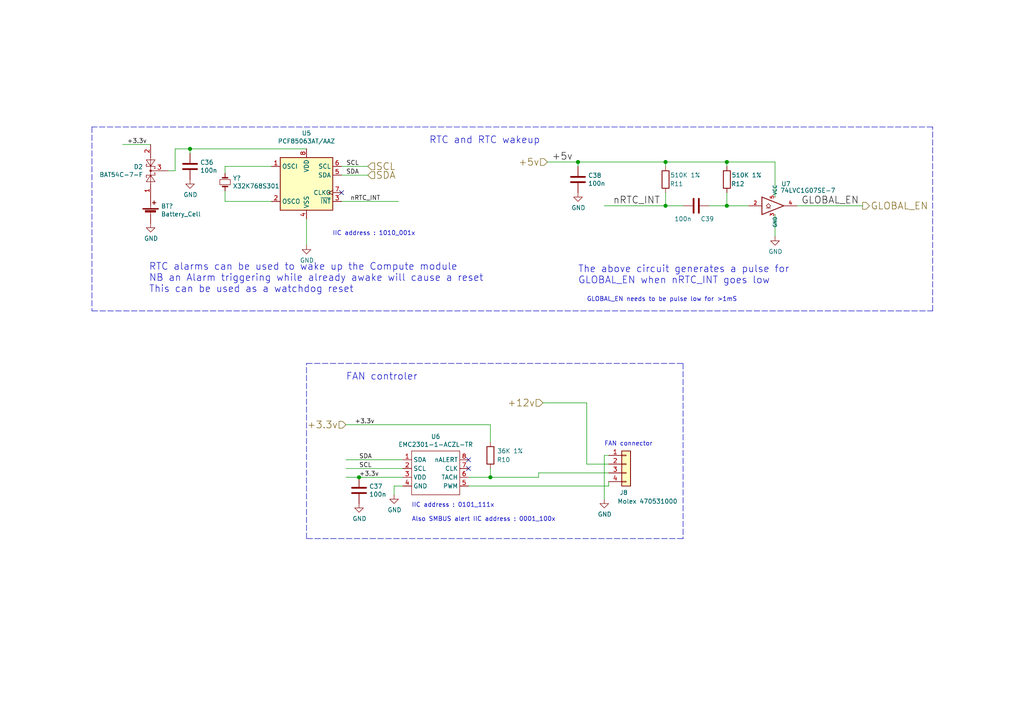
<source format=kicad_sch>
(kicad_sch (version 20250114) (generator "eeschema") (generator_version "9.0")
  (paper "A4")
  (lib_symbols
    (symbol "CM4IO:74LVC1G07_copy"
      (property "Reference" "U" (at -2.54 3.81 0))
      (property "Value" "74LVC1G07_copy" (at 0 -3.81 0))
      (symbol "74LVC1G07_copy_0_1"
        (polyline (pts (xy -3.81 2.54) (xy -3.81 -2.54) (xy 2.54 0) (xy -3.81 2.54)) (stroke (width 0.254)))
        (polyline (pts (xy -2.54 -0.635) (xy -1.27 -0.635)))
        (polyline (pts (xy -1.905 0.635) (xy -2.54 0) (xy -1.905 -0.635) (xy -1.27 0) (xy -1.905 0.635)))
      )
      (symbol "74LVC1G07_copy_1_1"
        (pin input line (at -7.62 0 0) (length 3.81) (name "~") (number "2"))
        (pin power_in line (at 0 2.54 90) (length 0) (name "VCC") (number "5"))
        (pin power_in line (at 0 -2.54 270) (length 0) (name "GND") (number "3"))
        (pin open_collector line (at 6.35 0 180) (length 3.81) (name "~") (number "4"))
      )
    )
    (symbol "CM4IO:EMC2301"
      (property "Reference" "U" (at -7.62 13.97 0))
      (property "Value" "EMC2301" (at -1.27 -1.27 0))
      (symbol "EMC2301_0_0"
        (pin open_collector line (at -11.43 10.16 0) (length 2.54) (name "SDA") (number "1"))
        (pin open_collector line (at -11.43 7.62 0) (length 2.54) (name "SCL") (number "2"))
        (pin power_in line (at -11.43 5.08 0) (length 2.54) (name "VDD") (number "3"))
        (pin power_in line (at -11.43 2.54 0) (length 2.54) (name "GND") (number "4"))
        (pin open_collector line (at 7.62 10.16 180) (length 2.54) (name "nALERT") (number "8"))
        (pin input line (at 7.62 7.62 180) (length 2.54) (name "CLK") (number "7"))
        (pin input line (at 7.62 5.08 180) (length 2.54) (name "TACH") (number "6"))
        (pin output line (at 7.62 2.54 180) (length 2.54) (name "PWM") (number "5"))
      )
      (symbol "EMC2301_0_1"
        (rectangle (start -8.89 12.7) (end 5.08 0))
      )
    )
    (symbol "Connector_Generic:Conn_01x04" (pin_names (hide yes))
      (property "Reference" "J" (at 0 5.08 0))
      (property "Value" "Conn_01x04" (at 0 -7.62 0))
      (symbol "Conn_01x04_1_1"
        (rectangle (start -1.27 3.81) (end 1.27 -6.35) (stroke (width 0.254)) (fill (type background)))
        (rectangle (start -1.27 2.667) (end 0 2.413))
        (rectangle (start -1.27 0.127) (end 0 -0.127))
        (rectangle (start -1.27 -2.413) (end 0 -2.667))
        (rectangle (start -1.27 -4.953) (end 0 -5.207))
        (pin passive line (at -5.08 2.54 0) (length 3.81) (name "Pin_1") (number "1"))
        (pin passive line (at -5.08 0 0) (length 3.81) (name "Pin_2") (number "2"))
        (pin passive line (at -5.08 -2.54 0) (length 3.81) (name "Pin_3") (number "3"))
        (pin passive line (at -5.08 -5.08 0) (length 3.81) (name "Pin_4") (number "4"))
      )
    )
    (symbol "Device:Battery_Cell" (pin_numbers (hide yes)) (pin_names (offset 0) (hide yes))
      (property "Reference" "BT" (at 2.54 2.54 0))
      (property "Value" "Battery_Cell" (at 2.54 0 0))
      (symbol "Battery_Cell_0_1"
        (rectangle (start -2.286 1.778) (end 2.286 1.524) (fill (type outline)))
        (rectangle (start -1.5748 1.1938) (end 1.4732 0.6858) (fill (type outline)))
        (polyline (pts (xy 0 1.778) (xy 0 2.54)))
        (polyline (pts (xy 0 0.762) (xy 0 0)))
        (polyline (pts (xy 0.508 3.429) (xy 1.524 3.429)) (stroke (width 0.254)))
        (polyline (pts (xy 1.016 3.937) (xy 1.016 2.921)) (stroke (width 0.254)))
      )
      (symbol "Battery_Cell_1_1"
        (pin passive line (at 0 5.08 270) (length 2.54) (name "+") (number "1"))
        (pin passive line (at 0 -2.54 90) (length 2.54) (name "-") (number "2"))
      )
    )
    (symbol "Device:C" (pin_numbers (hide yes)) (pin_names (offset 0.254))
      (property "Reference" "C" (at 0.635 2.54 0))
      (property "Value" "C" (at 0.635 -2.54 0))
      (symbol "C_0_1"
        (polyline (pts (xy -2.032 0.762) (xy 2.032 0.762)) (stroke (width 0.508)))
        (polyline (pts (xy -2.032 -0.762) (xy 2.032 -0.762)) (stroke (width 0.508)))
      )
      (symbol "C_1_1"
        (pin passive line (at 0 3.81 270) (length 2.794) (name "~") (number "1"))
        (pin passive line (at 0 -3.81 90) (length 2.794) (name "~") (number "2"))
      )
    )
    (symbol "Device:Crystal_Small" (pin_numbers (hide yes)) (pin_names (hide yes))
      (property "Reference" "Y" (at 0 2.54 0))
      (property "Value" "Crystal_Small" (at 0 -2.54 0))
      (symbol "Crystal_Small_0_1"
        (polyline (pts (xy -1.27 -0.762) (xy -1.27 0.762)) (stroke (width 0.381)))
        (rectangle (start -0.762 -1.524) (end 0.762 1.524))
        (polyline (pts (xy 1.27 -0.762) (xy 1.27 0.762)) (stroke (width 0.381)))
      )
      (symbol "Crystal_Small_1_1"
        (pin passive line (at -2.54 0 0) (length 1.27) (name "1") (number "1"))
        (pin passive line (at 2.54 0 180) (length 1.27) (name "2") (number "2"))
      )
    )
    (symbol "Device:R" (pin_numbers (hide yes)) (pin_names (offset 0))
      (property "Reference" "R" (at 2.032 0 90))
      (property "Value" "R" (at 0 0 90))
      (symbol "R_0_1"
        (rectangle (start -1.016 -2.54) (end 1.016 2.54) (stroke (width 0.254)))
      )
      (symbol "R_1_1"
        (pin passive line (at 0 3.81 270) (length 1.27) (name "~") (number "1"))
        (pin passive line (at 0 -3.81 90) (length 1.27) (name "~") (number "2"))
      )
    )
    (symbol "Diode:BAT54C"
      (property "Reference" "D" (at 0.635 -3.81 0))
      (property "Value" "BAT54C" (at -6.35 3.175 0))
      (symbol "BAT54C_0_1"
        (polyline (pts (xy -3.175 -1.27) (xy -3.175 1.27) (xy -1.27 0) (xy -3.175 -1.27)))
        (polyline (pts (xy -1.905 1.27) (xy -1.905 1.016)))
        (polyline (pts (xy -1.905 0) (xy 1.905 0)))
        (polyline (pts (xy -1.27 1.27) (xy -1.905 1.27)))
        (polyline (pts (xy -1.27 1.27) (xy -1.27 -1.27)))
        (polyline (pts (xy -1.27 0) (xy -3.81 0)))
        (polyline (pts (xy -1.27 -1.27) (xy -0.635 -1.27)))
        (polyline (pts (xy -0.635 -1.27) (xy -0.635 -1.016)))
        (circle (center 0 0) (radius 0.254) (fill (type outline)))
        (polyline (pts (xy 0.635 -1.27) (xy 0.635 -1.016)))
        (polyline (pts (xy 1.27 1.27) (xy 1.27 -1.27)))
        (polyline (pts (xy 1.27 1.27) (xy 1.905 1.27)))
        (polyline (pts (xy 1.27 -1.27) (xy 0.635 -1.27)))
        (polyline (pts (xy 1.905 1.27) (xy 1.905 1.016)))
        (polyline (pts (xy 3.175 -1.27) (xy 3.175 1.27) (xy 1.27 0) (xy 3.175 -1.27)))
        (polyline (pts (xy 3.81 0) (xy 1.27 0)))
      )
      (symbol "BAT54C_1_1"
        (pin passive line (at -7.62 0 0) (length 3.81) (name "~") (number "1"))
        (pin passive line (at 0 -5.08 90) (length 5.08) (name "~") (number "3"))
        (pin passive line (at 7.62 0 180) (length 3.81) (name "~") (number "2"))
      )
    )
    (symbol "Timer_RTC:PCF8563T"
      (property "Reference" "U" (at -7.62 8.89 0))
      (property "Value" "PCF8563T" (at 2.54 8.89 0))
      (symbol "PCF8563T_0_1"
        (rectangle (start -7.62 7.62) (end 7.62 -7.62) (stroke (width 0.254)) (fill (type background)))
      )
      (symbol "PCF8563T_1_1"
        (pin input line (at -10.16 5.08 0) (length 2.54) (name "OSCI") (number "1"))
        (pin output line (at -10.16 -5.08 0) (length 2.54) (name "OSCO") (number "2"))
        (pin power_in line (at 0 10.16 270) (length 2.54) (name "VDD") (number "8"))
        (pin power_in line (at 0 -10.16 90) (length 2.54) (name "VSS") (number "4"))
        (pin input line (at 10.16 5.08 180) (length 2.54) (name "SCL") (number "6"))
        (pin bidirectional line (at 10.16 2.54 180) (length 2.54) (name "SDA") (number "5"))
        (pin output clock (at 10.16 -2.54 180) (length 2.54) (name "CLKO") (number "7"))
        (pin output line (at 10.16 -5.08 180) (length 2.54) (name "~{INT}") (number "3"))
      )
    )
    (symbol "power:GND" (power) (pin_names (offset 0))
      (property "Value" "GND" (at 0 -3.81 0))
      (symbol "GND_0_1"
        (polyline (pts (xy 0 0) (xy 0 -1.27) (xy 1.27 -1.27) (xy 0 -2.54) (xy -1.27 -1.27) (xy 0 -1.27)))
      )
      (symbol "GND_1_1"
        (pin power_in line (at 0 0 270) (length 0) (hide yes) (name "GND") (number "1"))
      )
    )
  )
  (text "FAN controler" (at 100.33 110.49 0) (effects (font (size 2.0066 2.0066)) (justify left bottom)))
  (text "FAN connector\n" (at 175.26 129.54 0) (effects (font (size 1.27 1.27)) (justify left bottom)))
  (text "IIC address : 1010_001x" (at 96.4438 68.5038 0) (effects (font (size 1.27 1.27)) (justify left bottom)))
  (text "IIC address : 0101_111x" (at 119.38 147.32 0) (effects (font (size 1.27 1.27)) (justify left bottom)))
  (text "RTC alarms can be used to wake up the Compute module\nNB an Alarm triggering while already awake will cause a reset \nThis can be used as a watchdog reset " (at 43.18 85.09 0) (effects (font (size 2.0066 2.0066)) (justify left bottom)))
  (text "GLOBAL_EN needs to be pulse low for >1mS" (at 170.18 87.63 0) (effects (font (size 1.27 1.27)) (justify left bottom)))
  (text "RTC and RTC wakeup" (at 124.46 41.91 0) (effects (font (size 2.0066 2.0066)) (justify left bottom)))
  (text "Also SMBUS alert IIC address : 0001_100x" (at 119.4054 151.4094 0) (effects (font (size 1.27 1.27)) (justify left bottom)))
  (text "The above circuit generates a pulse for\nGLOBAL_EN when nRTC_INT goes low" (at 167.64 82.55 0) (effects (font (size 2.0066 2.0066)) (justify left bottom)))
  (junction (at 104.14 138.43) (diameter 1.016))
  (junction (at 210.82 59.69) (diameter 1.016))
  (junction (at 167.64 46.99) (diameter 1.016))
  (junction (at 55.118 43.18) (diameter 1.016))
  (junction (at 193.04 46.99) (diameter 1.016))
  (junction (at 210.82 46.99) (diameter 1.016))
  (junction (at 193.04 59.69) (diameter 1.016))
  (junction (at 142.24 138.43) (diameter 1.016))
  (no_connect (at 135.89 135.89))
  (no_connect (at 99.06 55.88))
  (no_connect (at 135.89 133.35))
  (polyline (pts (xy 88.9 105.41) (xy 198.12 105.41)) (stroke (width 0) (type dash)))
  (polyline (pts (xy 198.12 156.21) (xy 88.9 156.21)) (stroke (width 0) (type dash)))
  (wire (pts (xy 167.64 46.99) (xy 193.04 46.99)))
  (wire (pts (xy 55.118 43.18) (xy 55.118 44.4754)))
  (wire (pts (xy 106.68 50.8) (xy 99.06 50.8)))
  (wire (pts (xy 224.79 46.99) (xy 224.79 57.15)))
  (wire (pts (xy 205.74 59.69) (xy 210.82 59.69)))
  (wire (pts (xy 65.278 58.42) (xy 65.278 55.372)))
  (wire (pts (xy 35.56 41.91) (xy 43.688 41.91)))
  (wire (pts (xy 193.04 46.99) (xy 193.04 48.26)))
  (wire (pts (xy 156.21 137.16) (xy 156.21 138.43)))
  (wire (pts (xy 135.89 140.97) (xy 176.53 140.97)))
  (wire (pts (xy 135.89 138.43) (xy 142.24 138.43)))
  (polyline (pts (xy 26.67 90.17) (xy 270.51 90.17)) (stroke (width 0) (type dash)))
  (wire (pts (xy 48.768 49.53) (xy 50.8 49.53)))
  (wire (pts (xy 78.74 58.42) (xy 65.278 58.42)))
  (wire (pts (xy 210.82 46.99) (xy 224.79 46.99)))
  (wire (pts (xy 106.68 48.26) (xy 99.06 48.26)))
  (wire (pts (xy 116.84 138.43) (xy 104.14 138.43)))
  (wire (pts (xy 88.9 63.5) (xy 88.9 71.12)))
  (wire (pts (xy 55.118 43.18) (xy 88.9 43.18)))
  (wire (pts (xy 50.8 49.53) (xy 50.8 43.18)))
  (wire (pts (xy 65.278 48.26) (xy 65.278 50.292)))
  (wire (pts (xy 116.84 133.35) (xy 100.33 133.35)))
  (polyline (pts (xy 88.9 156.21) (xy 88.9 105.41)) (stroke (width 0) (type dash)))
  (wire (pts (xy 231.14 59.69) (xy 250.19 59.69)))
  (wire (pts (xy 193.04 59.69) (xy 193.04 55.88)))
  (wire (pts (xy 50.8 43.18) (xy 55.118 43.18)))
  (wire (pts (xy 193.04 59.69) (xy 198.12 59.69)))
  (wire (pts (xy 175.26 132.08) (xy 175.26 144.78)))
  (wire (pts (xy 167.64 48.26) (xy 167.64 46.99)))
  (wire (pts (xy 224.79 62.23) (xy 224.79 68.58)))
  (wire (pts (xy 142.24 138.43) (xy 142.24 135.89)))
  (wire (pts (xy 210.82 59.69) (xy 217.17 59.69)))
  (wire (pts (xy 176.53 132.08) (xy 175.26 132.08)))
  (wire (pts (xy 65.278 48.26) (xy 78.74 48.26)))
  (wire (pts (xy 100.33 123.19) (xy 142.24 123.19)))
  (polyline (pts (xy 26.67 36.83) (xy 26.67 90.17)) (stroke (width 0) (type dash)))
  (wire (pts (xy 142.24 138.43) (xy 156.21 138.43)))
  (wire (pts (xy 116.84 135.89) (xy 100.33 135.89)))
  (wire (pts (xy 175.26 59.69) (xy 193.04 59.69)))
  (wire (pts (xy 210.82 59.69) (xy 210.82 55.88)))
  (wire (pts (xy 176.53 134.62) (xy 170.18 134.62)))
  (polyline (pts (xy 270.51 36.83) (xy 26.67 36.83)) (stroke (width 0) (type dash)))
  (wire (pts (xy 99.06 58.42) (xy 115.57 58.42)))
  (wire (pts (xy 142.24 123.19) (xy 142.24 128.27)))
  (wire (pts (xy 114.3 140.97) (xy 114.3 143.51)))
  (wire (pts (xy 116.84 140.97) (xy 114.3 140.97)))
  (wire (pts (xy 158.75 46.99) (xy 167.64 46.99)))
  (wire (pts (xy 170.18 116.84) (xy 170.18 134.62)))
  (wire (pts (xy 104.14 138.43) (xy 100.33 138.43)))
  (wire (pts (xy 176.53 137.16) (xy 156.21 137.16)))
  (polyline (pts (xy 270.51 90.17) (xy 270.51 36.83)) (stroke (width 0) (type dash)))
  (wire (pts (xy 193.04 46.99) (xy 210.82 46.99)))
  (wire (pts (xy 176.53 140.97) (xy 176.53 139.7)))
  (wire (pts (xy 170.18 116.84) (xy 157.48 116.84)))
  (wire (pts (xy 210.82 46.99) (xy 210.82 48.26)))
  (polyline (pts (xy 198.12 105.41) (xy 198.12 156.21)) (stroke (width 0) (type dash)))
  (label "nRTC_INT" (at 101.6 58.42 0))
  (label "SDA" (at 104.14 133.35 0))
  (label "SDA" (at 104.14 50.8 180))
  (label "SCL" (at 104.14 135.89 0))
  (label "+5v" (at 160.02 46.99 0) (effects (font (size 2.0066 2.0066))))
  (label "+3.3v" (at 36.83 41.91 0))
  (label "SCL" (at 104.14 48.26 180))
  (label "nRTC_INT" (at 177.8 59.69 0) (effects (font (size 2.0066 2.0066))))
  (label "GLOBAL_EN" (at 232.41 59.69 0) (effects (font (size 2.0066 2.0066))))
  (label "+3.3v" (at 104.14 138.43 0))
  (label "+3.3v" (at 102.87 123.19 0))
  (hierarchical_label "GLOBAL_EN" (shape output) (at 250.19 59.69 0) (effects (font (size 2.0066 2.0066))))
  (hierarchical_label "+3.3v" (shape input) (at 100.33 123.19 180) (effects (font (size 2.0066 2.0066))))
  (hierarchical_label "+5v" (shape input) (at 158.75 46.99 180) (effects (font (size 2.0066 2.0066))))
  (hierarchical_label "SDA" (shape input) (at 106.68 50.8 0) (effects (font (size 2.0066 2.0066))))
  (hierarchical_label "+12v" (shape input) (at 157.48 116.84 180) (effects (font (size 2.0066 2.0066))))
  (hierarchical_label "SCL" (shape input) (at 106.68 48.26 0) (effects (font (size 2.0066 2.0066))))
  (symbol (lib_id "Device:Battery_Cell") (at 43.688 62.23 0) (unit 1)
    (property "Reference" "BT?" (at 46.6852 59.7916 0) (effects (justify left)))
    (property "Value" "Battery_Cell" (at 46.6852 62.103 0) (effects (justify left)))
    (property "Footprint" "Battery:BatteryHolder_Keystone_3034_1x20mm" (effects (hide yes)))
    (property "Datasheet" "https://www.keyelco.com/userAssets/file/M65p9.pdf" (effects (hide yes)))
    (property "Field4" "Digikey" (effects (hide yes)))
    (property "Field5" "36-3034-ND" (effects (hide yes)))
    (property "Field6" "3034" (effects (hide yes)))
    (property "Field7" "Keystone" (effects (hide yes)))
    (property "Part Description" "	Battery Retainer Coin, 20.0mm 1 Cell SMD (SMT) Tab" (effects (hide yes)))
  )
  (symbol (lib_id "Device:Crystal_Small") (at 65.278 52.832 90) (unit 1)
    (property "Reference" "Y?" (at 67.5132 51.689 90) (effects (justify right)))
    (property "Value" "X32K768S301" (at 67.5132 53.975 90) (effects (justify right)))
    (property "Footprint" "Crystal:Crystal_SMD_3215-2Pin_3.2x1.5mm" (effects (hide yes)))
    (property "Field6" "X32K768S301" (effects (hide yes)))
    (property "Field7" "AEL" (effects (hide yes)))
    (property "Part Description" "Crystal 32.768KHz 7pF 20pmm" (effects (hide yes)))
  )
  (symbol (lib_id "power:GND") (at 104.14 146.05 0) (unit 1)
    (property "Reference" "#PWR031" (effects (hide yes)))
    (property "Value" "GND" (at 104.267 150.4442 0))
  )
  (symbol (lib_id "power:GND") (at 224.79 68.58 0) (unit 1)
    (property "Reference" "#PWR035" (effects (hide yes)))
    (property "Value" "GND" (at 224.917 72.9742 0))
  )
  (symbol (lib_id "Timer_RTC:PCF8563T") (at 88.9 53.34 0) (unit 1)
    (property "Reference" "U5" (at 88.9 38.6334 0))
    (property "Value" "PCF85063AT/AAZ" (at 88.9 40.9448 0))
    (property "Footprint" "Package_SO:SOIC-8_3.9x4.9mm_P1.27mm" (effects (hide yes)))
    (property "Datasheet" "https://www.nxp.com/docs/en/data-sheet/PCF85063A.pdf" (effects (hide yes)))
    (property "Field4" "Farnell" (effects (hide yes)))
    (property "Field5" "2890042" (effects (hide yes)))
    (property "Field7" "NXP" (effects (hide yes)))
    (property "Field6" "PCF85063AT/AAZ" (effects (hide yes)))
    (property "Part Description" "Real Time Clock (RTC) IC Clock/Calendar I²C, 2-Wire Serial 8-SOIC (0.154\", 3.90mm Width)" (effects (hide yes)))
  )
  (symbol (lib_id "Device:R") (at 142.24 132.08 180) (unit 1)
    (property "Reference" "R10" (at 146.05 133.35 0))
    (property "Value" "36K 1%" (at 147.955 130.81 0))
    (property "Footprint" "Resistor_SMD:R_0402_1005Metric" (effects (hide yes)))
    (property "Datasheet" "https://fscdn.rohm.com/en/products/databook/datasheet/passive/resistor/chip_resistor/mcr-e.pdf" (effects (hide yes)))
    (property "Field4" "Farnell" (effects (hide yes)))
    (property "Field5" "1458788" (effects (hide yes)))
    (property "Field7" "Rohm" (effects (hide yes)))
    (property "Field6" "MCR01MZPF3602" (effects (hide yes)))
    (property "Part Description" "Resistor 36K M1005 1% 63mW" (effects (hide yes)))
  )
  (symbol (lib_id "Device:R") (at 193.04 52.07 180) (unit 1)
    (property "Reference" "R11" (at 196.215 53.34 0))
    (property "Value" "510K 1%" (at 198.755 50.8 0))
    (property "Footprint" "Resistor_SMD:R_0402_1005Metric" (effects (hide yes)))
    (property "Datasheet" "https://fscdn.rohm.com/en/products/databook/datasheet/passive/resistor/chip_resistor/mcr-e.pdf" (effects (hide yes)))
    (property "Field4" "Farnell" (effects (hide yes)))
    (property "Field5" "1458807" (effects (hide yes)))
    (property "Field7" "Rohm" (effects (hide yes)))
    (property "Field6" "MCR01MZPF5103" (effects (hide yes)))
    (property "Part Description" "Resistor 510K M1005 1% 63mW" (effects (hide yes)))
  )
  (symbol (lib_id "power:GND") (at 55.118 52.0954 0) (unit 1)
    (property "Reference" "#PWR029" (effects (hide yes)))
    (property "Value" "GND" (at 55.245 56.4896 0))
  )
  (symbol (lib_id "CM4IO:EMC2301") (at 128.27 143.51 0) (unit 1)
    (property "Reference" "U6" (at 126.365 126.619 0))
    (property "Value" "EMC2301-1-ACZL-TR" (at 126.365 128.9304 0))
    (property "Footprint" "Package_SO:MSOP-8_3x3mm_P0.65mm" (effects (hide yes)))
    (property "Datasheet" "https://ww1.microchip.com/downloads/en/DeviceDoc/2301.pdf" (effects (hide yes)))
    (property "Field4" "Digikey" (effects (hide yes)))
    (property "Field5" "EMC2301-1-ACZL-CT-ND" (effects (hide yes)))
    (property "Field6" "EMC2301-1-ACZL-TR" (effects (hide yes)))
    (property "Field7" "Microchip" (effects (hide yes)))
    (property "Part Description" "Motor Driver PWM 8-MSOP" (effects (hide yes)))
  )
  (symbol (lib_id "CM4IO:74LVC1G07_copy") (at 224.79 59.69 0) (unit 1)
    (property "Reference" "U7" (at 227.965 53.34 0))
    (property "Value" "74LVC1G07SE-7" (at 234.315 55.245 0))
    (property "Footprint" "Package_TO_SOT_SMD:SOT-353_SC-70-5" (effects (hide yes)))
    (property "Datasheet" "https://www.diodes.com/assets/Datasheets/74LVC1G07.pdf" (effects (hide yes)))
    (property "Field4" "Farnell" (effects (hide yes)))
    (property "Field5" "2425492" (effects (hide yes)))
    (property "Field6" "74LVC1G07SE-7" (effects (hide yes)))
    (property "Field7" "Diodes" (effects (hide yes)))
    (property "Part Description" "Buffer, Non-Inverting 1 Element 1 Bit per Element Open Drain Output SOT-353" (effects (hide yes)))
  )
  (symbol (lib_id "Device:C") (at 167.64 52.07 0) (unit 1)
    (property "Reference" "C38" (at 170.561 50.9016 0) (effects (justify left)))
    (property "Value" "100n" (at 170.561 53.213 0) (effects (justify left)))
    (property "Footprint" "Capacitor_SMD:C_0402_1005Metric" (effects (hide yes)))
    (property "Datasheet" "https://search.murata.co.jp/Ceramy/image/img/A01X/G101/ENG/GRM155R71C104KA88-01.pdf" (effects (hide yes)))
    (property "Field4" "Farnell" (effects (hide yes)))
    (property "Field5" "2611911" (effects (hide yes)))
    (property "Field6" "RM EMK105 B7104KV-F" (effects (hide yes)))
    (property "Field7" "TAIYO YUDEN EUROPE GMBH" (effects (hide yes)))
    (property "Part Description" "	0.1uF 10% 16V Ceramic Capacitor X7R 0402 (1005 Metric)" (effects (hide yes)))
    (property "Field8" "110091611" (effects (hide yes)))
  )
  (symbol (lib_id "Device:R") (at 210.82 52.07 180) (unit 1)
    (property "Reference" "R12" (at 213.995 53.34 0))
    (property "Value" "510K 1%" (at 216.535 50.8 0))
    (property "Footprint" "Resistor_SMD:R_0402_1005Metric" (effects (hide yes)))
    (property "Datasheet" "https://fscdn.rohm.com/en/products/databook/datasheet/passive/resistor/chip_resistor/mcr-e.pdf" (effects (hide yes)))
    (property "Field4" "Farnell" (effects (hide yes)))
    (property "Field5" "1458807" (effects (hide yes)))
    (property "Field7" "Rohm" (effects (hide yes)))
    (property "Field6" "MCR01MZPF5103" (effects (hide yes)))
    (property "Part Description" "Resistor 510K M1005 1% 63mW" (effects (hide yes)))
  )
  (symbol (lib_id "Device:C") (at 201.93 59.69 270) (unit 1)
    (property "Reference" "C39" (at 203.2 63.5 90) (effects (justify left)))
    (property "Value" "100n" (at 195.58 63.5 90) (effects (justify left)))
    (property "Footprint" "Capacitor_SMD:C_0402_1005Metric" (effects (hide yes)))
    (property "Datasheet" "https://search.murata.co.jp/Ceramy/image/img/A01X/G101/ENG/GRM155R71C104KA88-01.pdf" (effects (hide yes)))
    (property "Field4" "Farnell" (effects (hide yes)))
    (property "Field5" "2611911" (effects (hide yes)))
    (property "Field6" "RM EMK105 B7104KV-F" (effects (hide yes)))
    (property "Field7" "TAIYO YUDEN EUROPE GMBH" (effects (hide yes)))
    (property "Part Description" "	0.1uF 10% 16V Ceramic Capacitor X7R 0402 (1005 Metric)" (effects (hide yes)))
    (property "Field8" "110091611" (effects (hide yes)))
  )
  (symbol (lib_id "Connector_Generic:Conn_01x04") (at 181.61 134.62 0) (unit 1)
    (property "Reference" "J8" (at 179.705 142.875 0) (effects (justify left)))
    (property "Value" "Molex 470531000" (at 179.07 145.415 0) (effects (justify left)))
    (property "Footprint" "Connector:FanPinHeader_1x04_P2.54mm_Vertical" (effects (hide yes)))
    (property "Datasheet" "https://www.molex.com/pdm_docs/sd/470531000_sd.pdf" (effects (hide yes)))
    (property "Field4" "Farnell" (effects (hide yes)))
    (property "Field5" "	2313705" (effects (hide yes)))
    (property "Field6" "470531000" (effects (hide yes)))
    (property "Field7" "Molex" (effects (hide yes)))
    (property "Part Description" "	Connector Header Through Hole 4 position 0.100\" (2.54mm)" (effects (hide yes)))
  )
  (symbol (lib_id "Device:C") (at 55.118 48.2854 0) (unit 1)
    (property "Reference" "C36" (at 58.039 47.117 0) (effects (justify left)))
    (property "Value" "100n" (at 58.039 49.4284 0) (effects (justify left)))
    (property "Footprint" "Capacitor_SMD:C_0402_1005Metric" (effects (hide yes)))
    (property "Datasheet" "https://search.murata.co.jp/Ceramy/image/img/A01X/G101/ENG/GRM155R71C104KA88-01.pdf" (effects (hide yes)))
    (property "Field4" "Farnell" (effects (hide yes)))
    (property "Field5" "2611911" (effects (hide yes)))
    (property "Field6" "RM EMK105 B7104KV-F" (effects (hide yes)))
    (property "Field7" "TAIYO YUDEN EUROPE GMBH" (effects (hide yes)))
    (property "Part Description" "	0.1uF 10% 16V Ceramic Capacitor X7R 0402 (1005 Metric)" (effects (hide yes)))
    (property "Field8" "110091611" (effects (hide yes)))
  )
  (symbol (lib_id "power:GND") (at 167.64 55.88 0) (unit 1)
    (property "Reference" "#PWR033" (effects (hide yes)))
    (property "Value" "GND" (at 167.767 60.2742 0))
  )
  (symbol (lib_id "power:GND") (at 175.26 144.78 0) (unit 1)
    (property "Reference" "#PWR034" (effects (hide yes)))
    (property "Value" "GND" (at 175.387 149.1742 0))
  )
  (symbol (lib_id "power:GND") (at 88.9 71.12 0) (unit 1)
    (property "Reference" "#PWR030" (effects (hide yes)))
    (property "Value" "GND" (at 89.027 75.5142 0))
  )
  (symbol (lib_id "Diode:BAT54C") (at 43.688 49.53 90) (unit 1)
    (property "Reference" "D2" (at 41.4782 48.387 90) (effects (justify left)))
    (property "Value" "BAT54C-7-F" (at 41.4782 50.673 90) (effects (justify left)))
    (property "Footprint" "Package_TO_SOT_SMD:SOT-23" (effects (hide yes)))
    (property "Datasheet" "http://www.farnell.com/datasheets/2861240.pdf?_ga=2.129831176.54358802.1587372871-1787849031.1568210898&_gac=1.175311126.1587399424.EAIaIQobChMInOvF07P36AIVw7HtCh0NWwCeEAAYAyAAEgI0YfD_BwE" (effects (hide yes)))
    (property "Field4" "Farnell" (effects (hide yes)))
    (property "Field5" "2306010" (effects (hide yes)))
    (property "Field6" "BAT54C-7-F" (effects (hide yes)))
    (property "Field7" "Rohm" (effects (hide yes)))
    (property "Part Description" "Diode Array 1 Pair Common Cathode Schottky 30V 200mA (DC) Surface Mount TO-236-3, SC-59, SOT-23-3" (effects (hide yes)))
  )
  (symbol (lib_id "power:GND") (at 114.3 143.51 0) (unit 1)
    (property "Reference" "#PWR032" (effects (hide yes)))
    (property "Value" "GND" (at 114.427 147.9042 0))
  )
  (symbol (lib_id "power:GND") (at 43.688 64.77 0) (unit 1)
    (property "Reference" "#PWR028" (effects (hide yes)))
    (property "Value" "GND" (at 43.815 69.1642 0))
  )
  (symbol (lib_id "Device:C") (at 104.14 142.24 0) (unit 1)
    (property "Reference" "C37" (at 107.061 141.0716 0) (effects (justify left)))
    (property "Value" "100n" (at 107.061 143.383 0) (effects (justify left)))
    (property "Footprint" "Capacitor_SMD:C_0402_1005Metric" (effects (hide yes)))
    (property "Datasheet" "https://search.murata.co.jp/Ceramy/image/img/A01X/G101/ENG/GRM155R71C104KA88-01.pdf" (effects (hide yes)))
    (property "Field4" "Farnell" (effects (hide yes)))
    (property "Field5" "2611911" (effects (hide yes)))
    (property "Field6" "RM EMK105 B7104KV-F" (effects (hide yes)))
    (property "Field7" "TAIYO YUDEN EUROPE GMBH" (effects (hide yes)))
    (property "Part Description" "	0.1uF 10% 16V Ceramic Capacitor X7R 0402 (1005 Metric)" (effects (hide yes)))
    (property "Field8" "110091611" (effects (hide yes)))
  )
)
</source>
